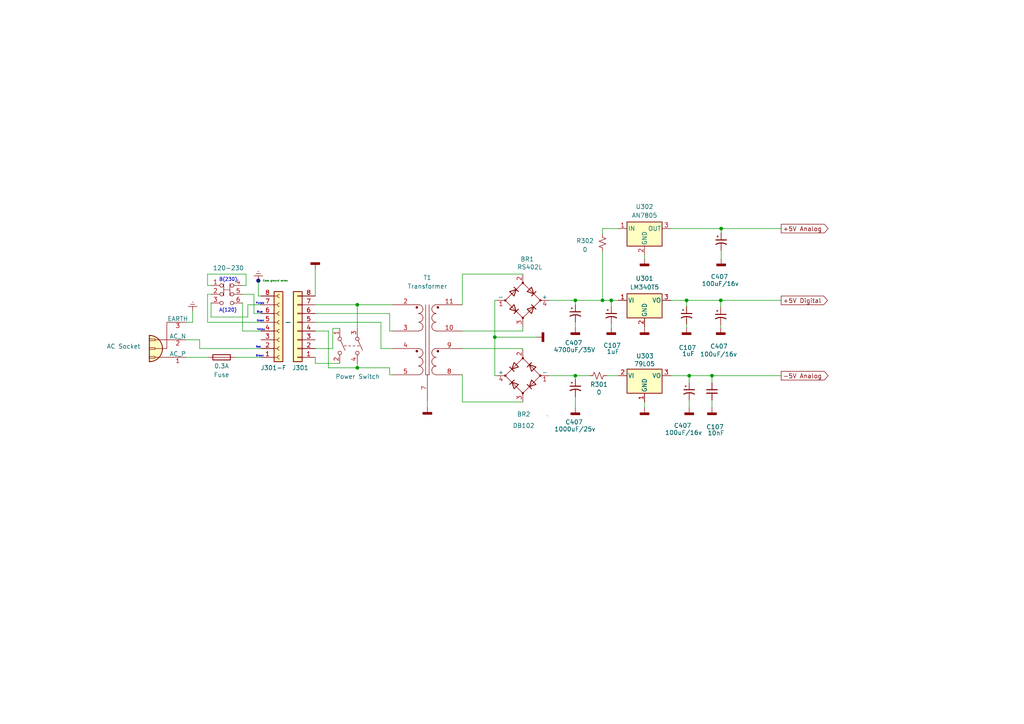
<source format=kicad_sch>
(kicad_sch (version 20230121) (generator eeschema)
  (paper "A4")
  (title_block (title "FCO 120 Power") (date "2023-06-14") (rev "1.0") (company "radioman"))
  (lib_symbols
    (symbol "Conn_01x08_1" (pin_names (offset 1.016) hide)
      (property "Reference" "J2" (at -2.54 11.43 0))
      (property "Value" "~" (at 2.54 -2.54 0))
      (symbol "Conn_01x08_1_0_1"
        (polyline (pts (xy -1.524 -5.08) (xy -0.508 -5.08)))
        (polyline (pts (xy -1.524 -2.54) (xy -0.508 -2.54)))
        (polyline (pts (xy -1.524 0) (xy -0.508 0)))
        (polyline (pts (xy -1.524 2.54) (xy -0.508 2.54)))
        (polyline (pts (xy -1.524 5.08) (xy -0.508 5.08)))
        (polyline (pts (xy -1.524 7.62) (xy -0.508 7.62)))
        (polyline (pts (xy -1.27 -10.16) (xy -0.508 -10.16)))
        (polyline (pts (xy -1.27 -7.62) (xy -0.508 -7.62)))
        (polyline (pts (xy -0.508 -10.16) (xy -0.254 -10.16)))
        (polyline (pts (xy -0.508 -7.62) (xy -0.254 -7.62)))
        (polyline (pts (xy -0.508 -5.08) (xy -0.254 -5.08)))
        (polyline (pts (xy -0.508 -2.54) (xy -0.254 -2.54)))
        (polyline (pts (xy -0.508 0) (xy -0.254 0)))
        (polyline (pts (xy -0.508 2.54) (xy -0.254 2.54)))
        (polyline (pts (xy -0.508 5.08) (xy -0.254 5.08)))
        (polyline (pts (xy -0.508 7.62) (xy -0.254 7.62)))
      )
      (symbol "Conn_01x08_1_1_1"
        (rectangle (start -1.27 8.89) (end 1.27 -11.43) (stroke (width 0.254)) (fill (type background)))
        (arc (start 0.2518 -9.652) (mid -0.254 -10.16) (end 0.2518 -10.668) (stroke (width 0.1524)))
        (arc (start 0.2518 -7.112) (mid -0.254 -7.62) (end 0.2518 -8.128) (stroke (width 0.1524)))
        (arc (start 0.2518 -4.572) (mid -0.254 -5.08) (end 0.2518 -5.588) (stroke (width 0.1524)))
        (arc (start 0.2518 -2.032) (mid -0.254 -2.54) (end 0.2518 -3.048) (stroke (width 0.1524)))
        (arc (start 0.2518 0.508) (mid -0.254 0) (end 0.2518 -0.508) (stroke (width 0.1524)))
        (arc (start 0.2518 3.048) (mid -0.254 2.54) (end 0.2518 2.032) (stroke (width 0.1524)))
        (arc (start 0.2518 5.588) (mid -0.254 5.08) (end 0.2518 4.572) (stroke (width 0.1524)))
        (arc (start 0.2518 8.128) (mid -0.254 7.62) (end 0.2518 7.112) (stroke (width 0.1524)))
        (pin passive line (at -5.08 7.62 0) (length 3.81) (name "Pin_1") (number "1"))
        (pin passive line (at -5.08 5.08 0) (length 3.81) (name "Pin_2") (number "2"))
        (pin passive line (at -5.08 2.54 0) (length 3.81) (name "Pin_3") (number "3"))
        (pin passive line (at -5.08 0 0) (length 3.81) (name "Pin_4") (number "4"))
        (pin passive line (at -5.08 -2.54 0) (length 3.81) (name "Pin_5") (number "5"))
        (pin passive line (at -5.08 -5.08 0) (length 3.81) (name "Pin_6") (number "6"))
        (pin passive line (at -5.08 -7.62 0) (length 3.81) (name "Pin_7") (number "7"))
        (pin passive line (at -5.08 -10.16 0) (length 3.81) (name "Pin_8") (number "8"))
      )
    )
    (symbol "Connector:Conn_WallSocket_Earth" (pin_names (offset 0))
      (property "Value" "AC" (at 8.255 1.905 0))
      (symbol "Conn_WallSocket_Earth_0_1"
        (polyline (pts (xy 4.064 0) (xy 0 0)))
        (polyline (pts (xy 4.064 5.08) (xy 0 5.08)))
        (polyline (pts (xy 5.715 -1.27) (xy 5.715 6.35)) (stroke (width 0.254)))
        (polyline (pts (xy 0 -5.08) (xy 0.635 -5.08) (xy 0.635 2.54) (xy 4.064 2.54)))
        (rectangle (start 5.715 -0.254) (end 4.064 0.254))
        (rectangle (start 5.715 2.286) (end 4.064 2.794))
        (rectangle (start 5.715 4.826) (end 4.064 5.334))
        (arc (start 5.715 6.35) (mid 1.9216 2.54) (end 5.715 -1.27) (stroke (width 0.254)) (fill (type background)))
      )
      (symbol "Conn_WallSocket_Earth_1_1"
        (pin power_in line (at -5.08 5.08 0) (length 5.08) (name "AC_P") (number "1"))
        (pin power_in line (at -5.08 0 0) (length 5.08) (name "AC_N") (number "2"))
        (pin passive line (at -5.08 -5.08 0) (length 5.08) (name "EARTH") (number "3"))
      )
    )
    (symbol "Connector_Generic:Conn_01x08" (pin_names (offset 1.016) hide)
      (property "Reference" "J" (at 0 10.16 0))
      (property "Value" "Conn_01x08" (at 0 -12.7 0))
      (symbol "Conn_01x08_1_1"
        (rectangle (start -1.27 -10.033) (end 0 -10.287) (stroke (width 0.1524)))
        (rectangle (start -1.27 -7.493) (end 0 -7.747) (stroke (width 0.1524)))
        (rectangle (start -1.27 -4.953) (end 0 -5.207) (stroke (width 0.1524)))
        (rectangle (start -1.27 -2.413) (end 0 -2.667) (stroke (width 0.1524)))
        (rectangle (start -1.27 0.127) (end 0 -0.127) (stroke (width 0.1524)))
        (rectangle (start -1.27 2.667) (end 0 2.413) (stroke (width 0.1524)))
        (rectangle (start -1.27 5.207) (end 0 4.953) (stroke (width 0.1524)))
        (rectangle (start -1.27 7.747) (end 0 7.493) (stroke (width 0.1524)))
        (rectangle (start -1.27 8.89) (end 1.27 -11.43) (stroke (width 0.254)) (fill (type background)))
        (pin passive line (at -5.08 7.62 0) (length 3.81) (name "Pin_1") (number "1"))
        (pin passive line (at -5.08 5.08 0) (length 3.81) (name "Pin_2") (number "2"))
        (pin passive line (at -5.08 2.54 0) (length 3.81) (name "Pin_3") (number "3"))
        (pin passive line (at -5.08 0 0) (length 3.81) (name "Pin_4") (number "4"))
        (pin passive line (at -5.08 -2.54 0) (length 3.81) (name "Pin_5") (number "5"))
        (pin passive line (at -5.08 -5.08 0) (length 3.81) (name "Pin_6") (number "6"))
        (pin passive line (at -5.08 -7.62 0) (length 3.81) (name "Pin_7") (number "7"))
        (pin passive line (at -5.08 -10.16 0) (length 3.81) (name "Pin_8") (number "8"))
      )
    )
    (symbol "Device:C_Polarized_Small_US" (pin_numbers hide) (pin_names (offset 0.254) hide)
      (property "Reference" "C" (at 0.254 1.778 0))
      (property "Value" "C_Polarized_Small_US" (at 0.254 -2.032 0))
      (symbol "C_Polarized_Small_US_0_1"
        (polyline (pts (xy -1.524 0.508) (xy 1.524 0.508)) (stroke (width 0.3048)))
        (polyline (pts (xy -1.27 1.524) (xy -0.762 1.524)))
        (polyline (pts (xy -1.016 1.27) (xy -1.016 1.778)))
        (arc (start 1.524 -0.762) (mid 0 -0.3734) (end -1.524 -0.762) (stroke (width 0.3048)))
      )
      (symbol "C_Polarized_Small_US_1_1"
        (pin passive line (at 0 2.54 270) (length 2.032) (name "~") (number "1"))
        (pin passive line (at 0 -2.54 90) (length 2.032) (name "~") (number "2"))
      )
    )
    (symbol "Device:C_Small" (pin_numbers hide) (pin_names (offset 0.254) hide)
      (property "Reference" "C" (at 0.254 1.778 0))
      (property "Value" "C_Small" (at 0.254 -2.032 0))
      (symbol "C_Small_0_1"
        (polyline (pts (xy -1.524 -0.508) (xy 1.524 -0.508)) (stroke (width 0.3302)))
        (polyline (pts (xy -1.524 0.508) (xy 1.524 0.508)) (stroke (width 0.3048)))
      )
      (symbol "C_Small_1_1"
        (pin passive line (at 0 2.54 270) (length 2.032) (name "~") (number "1"))
        (pin passive line (at 0 -2.54 90) (length 2.032) (name "~") (number "2"))
      )
    )
    (symbol "Device:D_Bridge_-AA+" (pin_names (offset 0))
      (property "Reference" "D" (at 2.54 6.985 0))
      (property "Value" "D_Bridge_-AA+" (at 2.54 5.08 0))
      (symbol "D_Bridge_-AA+_0_1"
        (circle (center -5.08 0) (radius 0.254) (fill (type outline)))
        (circle (center 0 -5.08) (radius 0.254) (fill (type outline)))
        (polyline (pts (xy -2.54 3.81) (xy -1.27 2.54)) (stroke (width 0.254)))
        (polyline (pts (xy -1.27 -2.54) (xy -2.54 -3.81)) (stroke (width 0.254)))
        (polyline (pts (xy 2.54 -1.27) (xy 3.81 -2.54)) (stroke (width 0.254)))
        (polyline (pts (xy 2.54 1.27) (xy 3.81 2.54)) (stroke (width 0.254)))
        (polyline (pts (xy -3.81 2.54) (xy -2.54 1.27) (xy -1.905 3.175) (xy -3.81 2.54)) (stroke (width 0.254)))
        (polyline (pts (xy -2.54 -1.27) (xy -3.81 -2.54) (xy -1.905 -3.175) (xy -2.54 -1.27)) (stroke (width 0.254)))
        (polyline (pts (xy 1.27 2.54) (xy 2.54 3.81) (xy 3.175 1.905) (xy 1.27 2.54)) (stroke (width 0.254)))
        (polyline (pts (xy 3.175 -1.905) (xy 1.27 -2.54) (xy 2.54 -3.81) (xy 3.175 -1.905)) (stroke (width 0.254)))
        (polyline (pts (xy -5.08 0) (xy 0 -5.08) (xy 5.08 0) (xy 0 5.08) (xy -5.08 0)))
        (circle (center 0 5.08) (radius 0.254) (fill (type outline)))
        (circle (center 5.08 0) (radius 0.254) (fill (type outline)))
      )
      (symbol "D_Bridge_-AA+_1_1"
        (pin passive line (at -7.62 0 0) (length 2.54) (name "-") (number "1"))
        (pin passive line (at 0 7.62 270) (length 2.54) (name "~") (number "2"))
        (pin passive line (at 0 -7.62 90) (length 2.54) (name "~") (number "3"))
        (pin passive line (at 7.62 0 180) (length 2.54) (name "+") (number "4"))
      )
    )
    (symbol "Device:Fuse" (pin_numbers hide) (pin_names (offset 0))
      (property "Reference" "F" (at 2.032 0 90))
      (property "Value" "Fuse" (at -1.905 0 90))
      (symbol "Fuse_0_1"
        (rectangle (start -0.762 -2.54) (end 0.762 2.54) (stroke (width 0.254)))
        (polyline (pts (xy 0 2.54) (xy 0 -2.54)))
      )
      (symbol "Fuse_1_1"
        (pin passive line (at 0 3.81 270) (length 1.27) (name "~") (number "1"))
        (pin passive line (at 0 -3.81 90) (length 1.27) (name "~") (number "2"))
      )
    )
    (symbol "Device:R_Small_US" (pin_numbers hide) (pin_names (offset 0.254) hide)
      (property "Reference" "R" (at 0.762 0.508 0))
      (property "Value" "R_Small_US" (at 0.762 -1.016 0))
      (symbol "R_Small_US_1_1"
        (polyline (pts (xy 0 0) (xy 1.016 -0.381) (xy 0 -0.762) (xy -1.016 -1.143) (xy 0 -1.524)))
        (polyline (pts (xy 0 1.524) (xy 1.016 1.143) (xy 0 0.762) (xy -1.016 0.381) (xy 0 0)))
        (pin passive line (at 0 2.54 270) (length 1.016) (name "~") (number "1"))
        (pin passive line (at 0 -2.54 90) (length 1.016) (name "~") (number "2"))
      )
    )
    (symbol "Device:Transformer_SP_2S" (pin_names (offset 1.016) hide)
      (property "Reference" "T1" (at 0 18.034 0))
      (property "Value" "Transformer" (at 0 15.494 0))
      (symbol "Transformer_SP_2S_0_1"
        (arc (start -2.54 -10.1346) (mid -1.6561 -9.7663) (end -1.27 -8.89))
        (arc (start -2.54 -7.5946) (mid -1.6561 -7.2263) (end -1.27 -6.35))
        (arc (start -2.54 -5.0546) (mid -1.6561 -4.6863) (end -1.27 -3.81))
        (arc (start -2.54 2.5654) (mid -1.6561 2.9337) (end -1.27 3.81))
        (arc (start -2.54 5.1054) (mid -1.6561 5.4737) (end -1.27 6.35))
        (arc (start -2.54 7.6454) (mid -1.6561 8.0137) (end -1.27 8.89))
        (arc (start -1.27 -8.89) (mid -1.642 -7.992) (end -2.54 -7.62))
        (arc (start -1.27 -6.35) (mid -1.642 -5.452) (end -2.54 -5.08))
        (arc (start -1.27 -3.81) (mid -1.642 -2.912) (end -2.54 -2.54))
        (arc (start -1.27 3.81) (mid -1.642 4.708) (end -2.54 5.08))
        (arc (start -1.27 6.35) (mid -1.642 7.248) (end -2.54 7.62))
        (arc (start -1.27 8.89) (mid -1.642 9.788) (end -2.54 10.16))
        (polyline (pts (xy -0.508 -10.16) (xy -0.508 10.16)))
        (polyline (pts (xy -0.508 -10.16) (xy 0.508 -10.16)))
        (polyline (pts (xy 0.508 10.16) (xy 0.508 -10.16)))
        (arc (start 1.2954 -8.89) (mid 1.6599 -9.7701) (end 2.54 -10.1346))
        (arc (start 1.2954 -6.35) (mid 1.6599 -7.2301) (end 2.54 -7.5946))
        (arc (start 1.2954 -3.81) (mid 1.6599 -4.6901) (end 2.54 -5.0546))
        (arc (start 1.2954 3.81) (mid 1.6599 2.9299) (end 2.54 2.5654))
        (arc (start 1.2954 6.35) (mid 1.6599 5.4699) (end 2.54 5.1054))
        (arc (start 1.2954 8.89) (mid 1.6599 8.0099) (end 2.54 7.6454))
        (arc (start 2.54 -7.62) (mid 1.642 -7.992) (end 1.2954 -8.89))
        (arc (start 2.54 -5.08) (mid 1.642 -5.452) (end 1.2954 -6.35))
        (arc (start 2.54 -2.54) (mid 1.642 -2.912) (end 1.2954 -3.81))
        (arc (start 2.54 5.08) (mid 1.642 4.708) (end 1.2954 3.81))
        (arc (start 2.54 7.62) (mid 1.642 7.248) (end 1.2954 6.35))
        (arc (start 2.54 10.16) (mid 1.642 9.788) (end 1.2954 8.89))
      )
      (symbol "Transformer_SP_2S_1_1"
        (circle (center -3.048 -3.302) (radius 0.3592) (stroke (width -0.0001)) (fill (type outline)))
        (circle (center -3.048 9.398) (radius 0.3592) (stroke (width -0.0001)) (fill (type outline)))
        (circle (center 3.048 -3.302) (radius 0.3592) (stroke (width -0.0001)) (fill (type outline)))
        (circle (center 3.048 9.398) (radius 0.3592) (stroke (width -0.0001)) (fill (type outline)))
        (pin passive line (at 10.16 2.54 180) (length 7.62) (name "OUT1B") (number "10"))
        (pin passive line (at 10.16 10.16 180) (length 7.62) (name "OUT1A") (number "11"))
        (pin passive line (at -10.16 10.16 0) (length 7.62) (name "120+") (number "2"))
        (pin passive line (at -10.16 2.54 0) (length 7.62) (name "120-") (number "3"))
        (pin passive line (at -10.16 -2.54 0) (length 7.62) (name "230+") (number "4"))
        (pin passive line (at -10.16 -10.16 0) (length 7.62) (name "230-") (number "5"))
        (pin passive line (at 0 -17.78 90) (length 7.62) (name "OUT2B") (number "7"))
        (pin passive line (at 10.16 -10.16 180) (length 7.62) (name "OUT2B") (number "8"))
        (pin passive line (at 10.16 -2.54 180) (length 7.62) (name "OUT2A") (number "9"))
      )
    )
    (symbol "Regulator_Linear:L7805" (pin_names (offset 0.254))
      (property "Reference" "U" (at -3.81 3.175 0))
      (property "Value" "L7805" (at 0 3.175 0))
      (symbol "L7805_0_1"
        (rectangle (start -5.08 1.905) (end 5.08 -5.08) (stroke (width 0.254)) (fill (type background)))
      )
      (symbol "L7805_1_1"
        (pin power_in line (at -7.62 0 0) (length 2.54) (name "IN") (number "1"))
        (pin power_in line (at 0 -7.62 90) (length 2.54) (name "GND") (number "2"))
        (pin power_out line (at 7.62 0 180) (length 2.54) (name "OUT") (number "3"))
      )
    )
    (symbol "Regulator_Linear:LM341T-05_TO220" (pin_names (offset 0.254))
      (property "Reference" "U" (at -3.81 3.175 0))
      (property "Value" "LM341T-05_TO220" (at 0 3.175 0))
      (symbol "LM341T-05_TO220_0_1"
        (rectangle (start -5.08 1.905) (end 5.08 -5.08) (stroke (width 0.254)) (fill (type background)))
      )
      (symbol "LM341T-05_TO220_1_1"
        (pin power_in line (at -7.62 0 0) (length 2.54) (name "VI") (number "1"))
        (pin power_in line (at 0 -7.62 90) (length 2.54) (name "GND") (number "2"))
        (pin power_out line (at 7.62 0 180) (length 2.54) (name "VO") (number "3"))
      )
    )
    (symbol "Regulator_Linear:LM79L05_TO92" (pin_names (offset 0.254))
      (property "Reference" "U" (at -3.81 -3.175 0))
      (property "Value" "LM79L05_TO92" (at 0 -3.175 0))
      (symbol "LM79L05_TO92_0_1"
        (rectangle (start -5.08 5.08) (end 5.08 -1.905) (stroke (width 0.254)) (fill (type background)))
      )
      (symbol "LM79L05_TO92_1_1"
        (pin power_in line (at 0 7.62 270) (length 2.54) (name "GND") (number "1"))
        (pin power_in line (at -7.62 0 0) (length 2.54) (name "VI") (number "2"))
        (pin power_out line (at 7.62 0 180) (length 2.54) (name "VO") (number "3"))
      )
    )
    (symbol "Switch:SW_DPST" (pin_names (offset 0) hide)
      (property "Reference" "SW" (at 0 5.08 0))
      (property "Value" "SW_DPST" (at 0 -5.08 0))
      (symbol "SW_DPST_0_0"
        (circle (center -2.032 -2.54) (radius 0.508))
        (circle (center -2.032 2.54) (radius 0.508))
        (polyline (pts (xy -1.524 -2.286) (xy 1.27 -1.016)))
        (polyline (pts (xy -1.524 2.794) (xy 1.27 4.064)))
        (polyline (pts (xy 0 -1.27) (xy 0 -0.635)))
        (polyline (pts (xy 0 0) (xy 0 0.635)))
        (polyline (pts (xy 0 1.27) (xy 0 1.905)))
        (polyline (pts (xy 0 2.54) (xy 0 3.175)))
        (circle (center 2.032 -2.54) (radius 0.508))
        (circle (center 2.032 2.54) (radius 0.508))
      )
      (symbol "SW_DPST_1_1"
        (pin passive line (at -5.08 -2.54 0) (length 2.54) (name "1") (number "1"))
        (pin passive line (at 5.08 -2.54 180) (length 2.54) (name "2") (number "2"))
        (pin passive line (at -5.08 2.54 0) (length 2.54) (name "3") (number "3"))
        (pin passive line (at 5.08 2.54 180) (length 2.54) (name "4") (number "4"))
      )
    )
    (symbol "Switch:SW_Push_DPDT" (pin_names (offset 0) hide)
      (property "Value" "120-230" (at -4.572 12.7 0))
      (symbol "SW_Push_DPDT_0_0"
        (circle (center -2.032 2.54) (radius 0.508))
        (circle (center -2.032 5.08) (radius 0.508))
        (circle (center 1.016 5.08) (radius 0.508))
        (circle (center 1.016 7.62) (radius 0.508))
      )
      (symbol "SW_Push_DPDT_0_1"
        (circle (center -2.032 7.62) (radius 0.508))
        (polyline (pts (xy -1.397 4.572) (xy -1.397 8.128)))
        (polyline (pts (xy -1.143 6.35) (xy -1.397 6.35)))
        (polyline (pts (xy -0.635 6.35) (xy -0.889 6.35)))
        (polyline (pts (xy -0.127 6.35) (xy -0.381 6.35)))
        (polyline (pts (xy 0.381 4.572) (xy 0.381 8.128)))
        (polyline (pts (xy 0.381 6.35) (xy 0.127 6.35)))
        (circle (center 1.016 2.54) (radius 0.508))
      )
      (symbol "SW_Push_DPDT_1_1"
        (pin passive line (at -5.08 7.62 0) (length 2.54) (name "A") (number "1"))
        (pin passive line (at -5.08 5.08 0) (length 2.54) (name "B") (number "2"))
        (pin passive line (at -5.08 2.54 0) (length 2.54) (name "C") (number "3"))
        (pin passive line (at 4.064 7.62 180) (length 2.54) (name "F") (number "4"))
        (pin passive line (at 4.064 5.08 180) (length 2.54) (name "E") (number "5"))
        (pin passive line (at 4.064 2.54 180) (length 2.54) (name "D") (number "6"))
      )
    )
    (symbol "power:Earth" (power) (pin_names (offset 0))
      (symbol "Earth_0_1"
        (polyline (pts (xy -0.635 -1.905) (xy 0.635 -1.905)))
        (polyline (pts (xy -0.127 -2.54) (xy 0.127 -2.54)))
        (polyline (pts (xy 0 -1.27) (xy 0 0)))
        (polyline (pts (xy 1.27 -1.27) (xy -1.27 -1.27)))
      )
      (symbol "Earth_1_1"
        (pin power_in line (at 0 0 270) (length 0) hide (name "Earth") (number "1"))
      )
    )
    (symbol "power:GNDD" (power) (pin_names (offset 0))
      (property "Value" "GNDD" (at 0 -3.175 0))
      (symbol "GNDD_0_1"
        (rectangle (start -1.27 -1.524) (end 1.27 -2.032) (stroke (width 0.254)) (fill (type outline)))
        (polyline (pts (xy 0 0) (xy 0 -1.524)))
      )
      (symbol "GNDD_1_1"
        (pin power_in line (at 0 0 270) (length 0) hide (name "GNDD") (number "1"))
      )
    )
  )
  (junction (at 103.632 106.68))
  (junction (at 177.292 87.122))
  (junction (at 174.752 87.122))
  (junction (at 143.51 97.79))
  (junction (at 209.042 87.122))
  (junction (at 199.898 108.966))
  (junction (at 166.878 87.122))
  (junction (at 103.632 88.392))
  (junction (at 206.502 108.966))
  (junction (at 166.878 108.966))
  (junction (at 209.169 66.294))
  (junction (at 199.136 87.122))
  (wire (pts (xy 143.51 97.79) (xy 143.51 108.966)))
  (wire (pts (xy 177.292 87.122) (xy 179.324 87.122)))
  (wire (pts (xy 123.952 116.332) (xy 123.952 118.11)))
  (wire (pts (xy 174.752 66.294) (xy 174.752 67.818)))
  (wire (pts (xy 209.169 66.294) (xy 209.169 67.564)))
  (wire (pts (xy 113.792 108.712) (xy 113.03 108.712)))
  (wire (pts (xy 60.198 85.344) (xy 61.214 85.344)))
  (wire (pts (xy 199.898 116.078) (xy 199.898 118.237)))
  (wire (pts (xy 143.51 87.122) (xy 143.51 97.79)))
  (wire (pts (xy 143.51 87.122) (xy 144.018 87.122)))
  (wire (pts (xy 55.88 90.17) (xy 55.88 93.472)))
  (wire (pts (xy 113.03 96.012) (xy 113.03 90.932)))
  (wire (pts (xy 103.632 88.392) (xy 103.632 95.25)))
  (wire (pts (xy 143.51 97.79) (xy 155.702 97.79)))
  (wire (pts (xy 60.198 79.502) (xy 71.374 79.502)))
  (wire (pts (xy 186.944 94.742) (xy 186.944 94.996)))
  (wire (pts (xy 113.03 106.68) (xy 103.632 106.68)))
  (wire (pts (xy 60.198 93.472) (xy 60.198 85.344)))
  (wire (pts (xy 71.882 91.948) (xy 71.882 88.392)))
  (wire (pts (xy 206.502 108.966) (xy 206.502 110.998)))
  (wire (pts (xy 179.324 66.294) (xy 174.752 66.294)))
  (wire (pts (xy 177.292 87.122) (xy 177.292 88.9)))
  (wire (pts (xy 71.374 79.502) (xy 71.374 82.804)))
  (wire (pts (xy 166.878 87.122) (xy 166.878 88.392)))
  (wire (pts (xy 57.912 98.552) (xy 54.102 98.552)))
  (wire (pts (xy 143.51 108.966) (xy 144.018 108.966)))
  (wire (pts (xy 134.112 116.586) (xy 134.112 108.712)))
  (wire (pts (xy 176.022 108.966) (xy 179.324 108.966)))
  (wire (pts (xy 95.25 96.012) (xy 95.25 106.68)))
  (wire (pts (xy 166.878 115.062) (xy 166.878 118.237)))
  (wire (pts (xy 91.44 88.392) (xy 103.632 88.392)))
  (wire (pts (xy 151.511 101.346) (xy 151.511 101.092)))
  (wire (pts (xy 110.49 93.472) (xy 110.49 101.092)))
  (wire (pts (xy 91.44 96.012) (xy 95.25 96.012)))
  (wire (pts (xy 75.692 85.852) (xy 74.93 85.852)))
  (wire (pts (xy 186.944 73.914) (xy 186.944 75.057)))
  (wire (pts (xy 71.374 82.804) (xy 70.358 82.804)))
  (wire (pts (xy 91.44 93.472) (xy 110.49 93.472)))
  (wire (pts (xy 159.258 108.966) (xy 166.878 108.966)))
  (wire (pts (xy 75.692 93.472) (xy 60.198 93.472)))
  (wire (pts (xy 166.878 108.966) (xy 170.942 108.966)))
  (wire (pts (xy 113.03 90.932) (xy 91.44 90.932)))
  (wire (pts (xy 151.638 79.502) (xy 134.112 79.502)))
  (wire (pts (xy 151.511 101.092) (xy 134.112 101.092)))
  (wire (pts (xy 209.169 66.294) (xy 226.568 66.294)))
  (wire (pts (xy 194.564 87.122) (xy 199.136 87.122)))
  (wire (pts (xy 209.042 94.234) (xy 209.042 94.996)))
  (wire (pts (xy 174.752 72.898) (xy 174.752 87.122)))
  (wire (pts (xy 91.44 103.632) (xy 91.44 105.41)))
  (wire (pts (xy 110.49 101.092) (xy 113.792 101.092)))
  (wire (pts (xy 95.25 106.68) (xy 103.632 106.68)))
  (wire (pts (xy 60.198 82.804) (xy 60.198 79.502)))
  (wire (pts (xy 61.214 91.948) (xy 71.882 91.948)))
  (wire (pts (xy 98.552 95.25) (xy 96.52 95.25)))
  (wire (pts (xy 113.03 108.712) (xy 113.03 106.68)))
  (wire (pts (xy 199.898 108.966) (xy 199.898 110.998)))
  (wire (pts (xy 194.564 66.294) (xy 209.169 66.294)))
  (wire (pts (xy 209.169 72.644) (xy 209.169 75.057)))
  (wire (pts (xy 91.44 78.232) (xy 91.44 85.852)))
  (wire (pts (xy 103.632 106.68) (xy 103.632 105.41)))
  (wire (pts (xy 96.52 101.092) (xy 91.44 101.092)))
  (wire (pts (xy 54.102 103.632) (xy 60.452 103.632)))
  (wire (pts (xy 74.93 81.28) (xy 74.93 85.852)))
  (wire (pts (xy 166.878 93.472) (xy 166.878 94.996)))
  (wire (pts (xy 199.136 87.122) (xy 199.136 88.9)))
  (wire (pts (xy 206.502 108.966) (xy 199.898 108.966)))
  (wire (pts (xy 71.882 88.392) (xy 75.692 88.392)))
  (wire (pts (xy 177.292 93.98) (xy 177.292 94.996)))
  (wire (pts (xy 151.638 101.346) (xy 151.511 101.346)))
  (wire (pts (xy 75.692 96.012) (xy 70.358 96.012)))
  (wire (pts (xy 158.75 120.523) (xy 158.75 120.65)))
  (wire (pts (xy 209.042 87.122) (xy 209.042 89.154)))
  (wire (pts (xy 70.358 96.012) (xy 70.358 87.884)))
  (wire (pts (xy 134.112 116.586) (xy 151.638 116.586)))
  (wire (pts (xy 226.568 108.966) (xy 206.502 108.966)))
  (wire (pts (xy 60.198 82.804) (xy 61.214 82.804)))
  (wire (pts (xy 75.692 90.932) (xy 73.66 90.932)))
  (wire (pts (xy 134.112 79.502) (xy 134.112 88.392)))
  (wire (pts (xy 113.792 96.012) (xy 113.03 96.012)))
  (wire (pts (xy 209.042 87.122) (xy 226.568 87.122)))
  (wire (pts (xy 174.752 87.122) (xy 177.292 87.122)))
  (wire (pts (xy 55.88 93.472) (xy 54.102 93.472)))
  (wire (pts (xy 75.692 101.092) (xy 57.912 101.092)))
  (wire (pts (xy 96.52 95.25) (xy 96.52 101.092)))
  (wire (pts (xy 186.944 116.586) (xy 186.944 118.237)))
  (wire (pts (xy 98.552 105.41) (xy 91.44 105.41)))
  (wire (pts (xy 206.502 116.078) (xy 206.502 118.237)))
  (wire (pts (xy 159.258 87.122) (xy 166.878 87.122)))
  (wire (pts (xy 199.136 93.98) (xy 199.136 94.996)))
  (wire (pts (xy 194.564 108.966) (xy 199.898 108.966)))
  (wire (pts (xy 73.66 90.932) (xy 73.66 85.344)))
  (wire (pts (xy 151.638 94.742) (xy 151.638 96.012)))
  (wire (pts (xy 166.878 108.966) (xy 166.878 109.982)))
  (wire (pts (xy 57.912 101.092) (xy 57.912 98.552)))
  (wire (pts (xy 68.072 103.632) (xy 75.692 103.632)))
  (wire (pts (xy 61.214 87.884) (xy 61.214 91.948)))
  (wire (pts (xy 151.638 96.012) (xy 134.112 96.012)))
  (wire (pts (xy 73.66 85.344) (xy 70.358 85.344)))
  (wire (pts (xy 199.136 87.122) (xy 209.042 87.122)))
  (wire (pts (xy 103.632 88.392) (xy 113.792 88.392)))
  (wire (pts (xy 166.878 87.122) (xy 174.752 87.122)))
  (circle (center 74.93 81.407) (radius 0.508) (fill (type color) (color 0 0 132 1)))
  (text "Purple" (at 74.168 88.392 0) (effects (font (size 0.5 0.5)) (justify left bottom)))
  (text "Red" (at 74.168 101.092 0) (effects (font (size 0.5 0.5)) (justify left bottom)))
  (text "A(120)" (at 63.5 90.678 0) (effects (font (size 1 1)) (justify left bottom)))
  (text "B(230)" (at 63.5 81.788 0) (effects (font (size 1 1)) (justify left bottom)))
  (text "Yellow" (at 74.422 96.012 0) (effects (font (size 0.5 0.5)) (justify left bottom)))
  (text "Case ground screw" (at 76.2 81.915 0) (effects (font (size 0.5 0.5)) (justify left bottom)))
  (text "Green" (at 74.422 93.472 0) (effects (font (size 0.5 0.5)) (justify left bottom)))
  (text "Blue" (at 74.422 90.932 0) (effects (font (size 0.5 0.5)) (justify left bottom)))
  (text "Brown" (at 74.168 103.632 0) (effects (font (size 0.5 0.5)) (justify left bottom)))
  (global_label "+5V Digital" (shape output) (at 226.568 87.122 0) (property "Intersheetrefs" "${INTERSHEET_REFS}" (effects hide)))
  (global_label "+5V Analog" (shape output) (at 226.568 66.294 0) (property "Intersheetrefs" "${INTERSHEET_REFS}" (effects hide)))
  (global_label "-5V Analog" (shape output) (at 226.568 108.966 0) (property "Intersheetrefs" "${INTERSHEET_REFS}" (effects hide)))
  (symbol (lib_id "power:GNDD") (at 186.944 118.237 0) (unit 1)
    (property "Reference" "#PWR027" (effects hide))
    (property "Value" "GNDD" (effects hide))
    (instances (project "fco_1120" (path "" (reference "#PWR027") (unit 1)) (path "" (reference "#PWR09") (unit 1)) (path "" (reference "#PWR074") (unit 1))))
  )
  (symbol (lib_id "Device:C_Polarized_Small_US") (at 209.169 70.104 0) (unit 1)
    (property "Reference" "C407" (at 208.661 80.264 0))
    (property "Value" "100uF/16v" (at 208.915 82.296 0))
    (instances (project "fco_1120" (path "" (reference "C407") (unit 1)) (path "" (reference "C237") (unit 1))))
  )
  (symbol (lib_id "power:GNDD") (at 199.898 118.237 0) (unit 1)
    (property "Reference" "#PWR027" (effects hide))
    (property "Value" "GNDD" (effects hide))
    (instances (project "fco_1120" (path "" (reference "#PWR027") (unit 1)) (path "" (reference "#PWR09") (unit 1)) (path "" (reference "#PWR079") (unit 1))))
  )
  (symbol (lib_id "power:GNDD") (at 177.292 94.996 0) (unit 1)
    (property "Reference" "#PWR027" (effects hide))
    (property "Value" "GNDD" (effects hide))
    (instances (project "fco_1120" (path "" (reference "#PWR027") (unit 1)) (path "" (reference "#PWR09") (unit 1)) (path "" (reference "#PWR077") (unit 1))))
  )
  (symbol (lib_id "Connector:Conn_WallSocket_Earth") (at 49.022 98.552 180) (unit 1)
    (property "Reference" "J3" (effects hide))
    (property "Value" "AC Socket" (at 40.767 100.457 0) (effects (justify left)))
  )
  (symbol (lib_id "power:GNDD") (at 123.952 118.11 0) (unit 1)
    (property "Reference" "#PWR027" (effects hide))
    (property "Value" "GNDD" (effects hide))
    (instances (project "fco_1120" (path "" (reference "#PWR027") (unit 1)) (path "" (reference "#PWR09") (unit 1)) (path "" (reference "#PWR069") (unit 1))))
  )
  (symbol (lib_id "Regulator_Linear:L7805") (at 186.944 66.294 0) (unit 1)
    (property "Reference" "U302" (at 186.944 59.944 0))
    (property "Value" "AN7805" (at 186.944 62.484 0))
    (property "Datasheet" "http://www.st.com/content/ccc/resource/technical/document/datasheet/41/4f/b3/b0/12/d4/47/88/CD00000444.pdf/files/CD00000444.pdf/jcr:content/translations/en.CD00000444.pdf" (effects hide))
  )
  (symbol (lib_id "power:GNDD") (at 155.702 97.79 90) (unit 1)
    (property "Reference" "#PWR027" (effects hide))
    (property "Value" "GNDD" (effects hide))
    (instances (project "fco_1120" (path "" (reference "#PWR027") (unit 1)) (path "" (reference "#PWR09") (unit 1)) (path "" (reference "#PWR072") (unit 1))))
  )
  (symbol (lib_id "Device:C_Polarized_Small_US") (at 166.878 112.522 0) (unit 1)
    (property "Reference" "C407" (at 166.497 122.428 0))
    (property "Value" "1000uF/25v" (at 166.751 124.46 0))
    (instances (project "fco_1120" (path "" (reference "C407") (unit 1)) (path "" (reference "C304") (unit 1))))
  )
  (symbol (lib_id "power:GNDD") (at 91.44 78.232 180) (unit 1)
    (property "Reference" "#PWR027" (effects hide))
    (property "Value" "GNDD" (effects hide))
    (instances (project "fco_1120" (path "" (reference "#PWR027") (unit 1)) (path "" (reference "#PWR09") (unit 1)) (path "" (reference "#PWR068") (unit 1))))
  )
  (symbol (lib_id "Switch:SW_Push_DPDT") (at 66.294 90.424 0) (unit 1)
    (property "Reference" "SW5" (effects hide))
    (property "Value" "120-230" (at 61.722 77.724 0) (effects (justify left)))
  )
  (symbol (lib_id "Device:C_Polarized_Small_US") (at 199.136 91.44 0) (unit 1)
    (property "Reference" "C107" (at 199.39 100.838 0))
    (property "Value" "1uF" (at 199.644 102.616 0))
    (instances (project "fco_1120" (path "" (reference "C107") (unit 1)) (path "" (reference "C1") (unit 1)) (path "" (reference "C302") (unit 1))))
  )
  (symbol (lib_id "Device:C_Small") (at 206.502 113.538 0) (unit 1)
    (property "Reference" "C107" (at 207.391 123.825 0))
    (property "Value" "10nF" (at 207.645 125.603 0))
    (instances (project "fco_1120" (path "" (reference "C107") (unit 1)) (path "" (reference "C1") (unit 1)) (path "" (reference "C306") (unit 1))))
  )
  (symbol (lib_id "power:GNDD") (at 166.878 94.996 0) (unit 1)
    (property "Reference" "#PWR027" (effects hide))
    (property "Value" "GNDD" (effects hide))
    (instances (project "fco_1120" (path "" (reference "#PWR027") (unit 1)) (path "" (reference "#PWR09") (unit 1)) (path "" (reference "#PWR075") (unit 1))))
  )
  (symbol (lib_id "Device:R_Small_US") (at 173.482 108.966 90) (unit 1)
    (property "Reference" "R301" (at 173.736 111.506 90))
    (property "Value" "0" (at 173.736 113.792 90))
  )
  (symbol (lib_id "power:GNDD") (at 209.042 94.996 0) (unit 1)
    (property "Reference" "#PWR027" (effects hide))
    (property "Value" "GNDD" (effects hide))
    (instances (project "fco_1120" (path "" (reference "#PWR027") (unit 1)) (path "" (reference "#PWR09") (unit 1)) (path "" (reference "#PWR085") (unit 1))))
  )
  (symbol (lib_id "Device:D_Bridge_-AA+") (at 151.638 87.122 0) (unit 1)
    (property "Reference" "BR1" (at 152.908 75.184 0))
    (property "Value" "RS402L" (at 153.67 77.47 0))
    (property "Datasheet" "https://datasheetspdf.com/pdf-file/763007/Diodes/RS402L/1" (effects hide))
  )
  (symbol (lib_id "Switch:SW_DPST") (at 101.092 100.33 270) (unit 1)
    (property "Reference" "SW4" (effects hide))
    (property "Value" "Power Switch" (at 97.282 109.22 90) (effects (justify left)))
  )
  (symbol (lib_id "Device:C_Polarized_Small_US") (at 177.292 91.44 0) (unit 1)
    (property "Reference" "C107" (at 177.546 100.203 0))
    (property "Value" "1uF" (at 177.8 101.981 0))
    (instances (project "fco_1120" (path "" (reference "C107") (unit 1)) (path "" (reference "C1") (unit 1)) (path "" (reference "C303") (unit 1))))
  )
  (symbol (lib_id "power:GNDD") (at 199.136 94.996 0) (unit 1)
    (property "Reference" "#PWR027" (effects hide))
    (property "Value" "GNDD" (effects hide))
    (instances (project "fco_1120" (path "" (reference "#PWR027") (unit 1)) (path "" (reference "#PWR09") (unit 1)) (path "" (reference "#PWR078") (unit 1))))
  )
  (symbol (lib_id "Device:C_Polarized_Small_US") (at 199.898 113.538 0) (unit 1)
    (property "Reference" "C407" (at 197.993 123.444 0))
    (property "Value" "100uF/16v" (at 198.247 125.476 0))
    (instances (project "fco_1120" (path "" (reference "C407") (unit 1)) (path "" (reference "C305") (unit 1))))
  )
  (symbol (lib_id "Device:C_Polarized_Small_US") (at 166.878 90.932 0) (unit 1)
    (property "Reference" "C407" (at 166.37 99.441 0))
    (property "Value" "4700uF/35V" (at 166.624 101.473 0))
    (instances (project "fco_1120" (path "" (reference "C407") (unit 1)) (path "" (reference "C301") (unit 1))))
  )
  (symbol (lib_id "Device:Transformer_SP_2S") (at 123.952 98.552 0) (unit 1)
    (property "Reference" "T1" (at 123.952 80.518 0))
    (property "Value" "Transformer" (at 123.952 83.058 0))
  )
  (symbol (lib_id "power:GNDD") (at 166.878 118.237 0) (unit 1)
    (property "Reference" "#PWR027" (effects hide))
    (property "Value" "GNDD" (effects hide))
    (instances (project "fco_1120" (path "" (reference "#PWR027") (unit 1)) (path "" (reference "#PWR09") (unit 1)) (path "" (reference "#PWR076") (unit 1))))
  )
  (symbol (lib_name "Conn_01x08_1") (lib_id "Connector_Generic:Conn_01x08") (at 80.772 96.012 0) (mirror x) (unit 1)
    (property "Reference" "J301-F" (at 75.565 106.68 0) (effects (justify left)))
    (property "Value" "~" (at 83.312 93.472 0) (effects (justify left)))
  )
  (symbol (lib_id "power:Earth") (at 55.88 90.17 180) (unit 1)
    (property "Reference" "#PWR071" (effects hide))
    (property "Value" "Earth" (effects hide))
  )
  (symbol (lib_id "Device:C_Polarized_Small_US") (at 209.042 91.694 0) (unit 1)
    (property "Reference" "C407" (at 208.534 100.457 0))
    (property "Value" "100uF/16v" (at 208.407 102.743 0))
    (instances (project "fco_1120" (path "" (reference "C407") (unit 1)) (path "" (reference "C116") (unit 1))))
  )
  (symbol (lib_id "power:GNDD") (at 186.944 75.057 0) (unit 1)
    (property "Reference" "#PWR027" (effects hide))
    (property "Value" "GNDD" (effects hide))
    (instances (project "fco_1120" (path "" (reference "#PWR027") (unit 1)) (path "" (reference "#PWR09") (unit 1)) (path "" (reference "#PWR081") (unit 1))))
  )
  (symbol (lib_id "Regulator_Linear:LM341T-05_TO220") (at 186.944 87.122 0) (unit 1)
    (property "Reference" "U301" (at 186.944 80.772 0))
    (property "Value" "LM340T5" (at 186.944 83.312 0))
    (property "Footprint" "Package_TO_SOT_THT:TO-220-3_Vertical" (effects hide))
    (property "Datasheet" "https://www.ti.com/lit/ds/symlink/lm341.pdf" (effects hide))
  )
  (symbol (lib_id "Regulator_Linear:LM79L05_TO92") (at 186.944 108.966 0) (mirror x) (unit 1)
    (property "Reference" "U303" (at 187.071 103.251 0))
    (property "Value" "79L05" (at 186.944 105.537 0))
    (property "Footprint" "Package_TO_SOT_THT:TO-92_Inline" (effects hide))
    (property "Datasheet" "http://www.ti.com/lit/ds/symlink/lm79l.pdf" (effects hide))
  )
  (symbol (lib_id "Device:R_Small_US") (at 174.752 70.358 180) (unit 1)
    (property "Reference" "R302" (at 169.672 69.85 0))
    (property "Value" "0" (at 169.672 72.39 0))
  )
  (symbol (lib_id "Device:D_Bridge_-AA+") (at 151.638 108.966 0) (mirror y) (unit 1)
    (property "Reference" "BR2" (at 151.892 120.142 0))
    (property "Value" "DB102" (at 151.892 123.444 0))
    (property "Datasheet" "https://datasheetspdf.com/pdf-file/1177295/Sangdest/DB102/1" (effects hide))
  )
  (symbol (lib_id "power:GNDD") (at 186.944 94.996 0) (unit 1)
    (property "Reference" "#PWR027" (effects hide))
    (property "Value" "GNDD" (effects hide))
    (instances (project "fco_1120" (path "" (reference "#PWR027") (unit 1)) (path "" (reference "#PWR09") (unit 1)) (path "" (reference "#PWR073") (unit 1))))
  )
  (symbol (lib_id "power:Earth") (at 74.93 81.28 180) (unit 1)
    (property "Reference" "#PWR070" (effects hide))
    (property "Value" "Earth" (effects hide))
  )
  (symbol (lib_id "power:GNDD") (at 209.169 75.057 0) (unit 1)
    (property "Reference" "#PWR027" (effects hide))
    (property "Value" "GNDD" (effects hide))
    (instances (project "fco_1120" (path "" (reference "#PWR027") (unit 1)) (path "" (reference "#PWR09") (unit 1)) (path "" (reference "#PWR082") (unit 1))))
  )
  (symbol (lib_id "Device:Fuse") (at 64.262 103.632 90) (mirror x) (unit 1)
    (property "Reference" "Fuse" (at 64.262 108.712 90))
    (property "Value" "0.3A" (at 64.262 106.172 90))
  )
  (symbol (lib_id "Connector_Generic:Conn_01x08") (at 86.36 96.012 180) (unit 1)
    (property "Reference" "J301" (at 89.535 106.68 0) (effects (justify left)))
    (property "Value" "~" (at 83.82 93.472 0) (effects (justify left)))
  )
  (symbol (lib_id "power:GNDD") (at 206.502 118.237 0) (unit 1)
    (property "Reference" "#PWR027" (effects hide))
    (property "Value" "GNDD" (effects hide))
    (instances (project "fco_1120" (path "" (reference "#PWR027") (unit 1)) (path "" (reference "#PWR09") (unit 1)) (path "" (reference "#PWR080") (unit 1))))
  )
)
</source>
